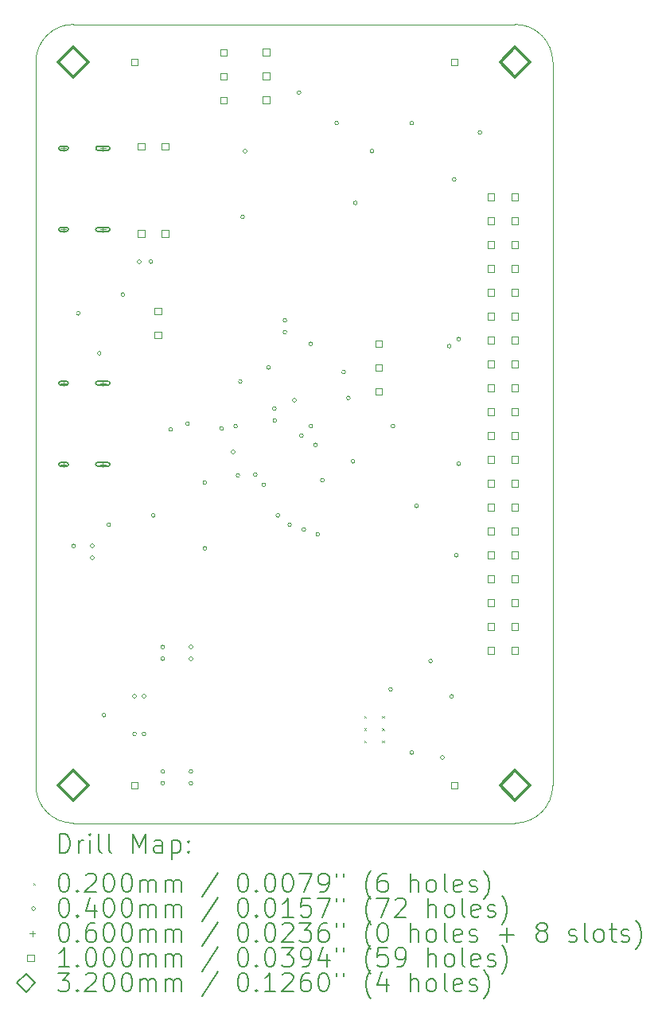
<source format=gbr>
%FSLAX45Y45*%
G04 Gerber Fmt 4.5, Leading zero omitted, Abs format (unit mm)*
G04 Created by KiCad (PCBNEW 6.0.2+dfsg-1) date 2025-09-20 14:23:53*
%MOMM*%
%LPD*%
G01*
G04 APERTURE LIST*
%TA.AperFunction,Profile*%
%ADD10C,0.100000*%
%TD*%
%ADD11C,0.200000*%
%ADD12C,0.020000*%
%ADD13C,0.040000*%
%ADD14C,0.060000*%
%ADD15C,0.100000*%
%ADD16C,0.320000*%
G04 APERTURE END LIST*
D10*
X17300000Y-14000000D02*
G75*
G03*
X17700000Y-13600000I0J400000D01*
G01*
X12200000Y-13600000D02*
G75*
G03*
X12600000Y-14000000I400000J0D01*
G01*
X12200000Y-13600000D02*
X12200000Y-5900000D01*
X17700000Y-5900000D02*
G75*
G03*
X17300000Y-5500000I-400000J0D01*
G01*
X12600000Y-5500000D02*
X17300000Y-5500000D01*
X12600000Y-5500000D02*
G75*
G03*
X12200000Y-5900000I0J-400000D01*
G01*
X17300000Y-14000000D02*
X12600000Y-14000000D01*
X17700000Y-5900000D02*
X17700000Y-13600000D01*
D11*
D12*
X15694500Y-12860000D02*
X15714500Y-12880000D01*
X15714500Y-12860000D02*
X15694500Y-12880000D01*
X15694500Y-12990000D02*
X15714500Y-13010000D01*
X15714500Y-12990000D02*
X15694500Y-13010000D01*
X15694500Y-13120000D02*
X15714500Y-13140000D01*
X15714500Y-13120000D02*
X15694500Y-13140000D01*
X15885500Y-12860000D02*
X15905500Y-12880000D01*
X15905500Y-12860000D02*
X15885500Y-12880000D01*
X15885500Y-12990000D02*
X15905500Y-13010000D01*
X15905500Y-12990000D02*
X15885500Y-13010000D01*
X15885500Y-13120000D02*
X15905500Y-13140000D01*
X15905500Y-13120000D02*
X15885500Y-13140000D01*
D13*
X12620000Y-11050000D02*
G75*
G03*
X12620000Y-11050000I-20000J0D01*
G01*
X12670000Y-8575000D02*
G75*
G03*
X12670000Y-8575000I-20000J0D01*
G01*
X12820000Y-11050000D02*
G75*
G03*
X12820000Y-11050000I-20000J0D01*
G01*
X12820000Y-11175000D02*
G75*
G03*
X12820000Y-11175000I-20000J0D01*
G01*
X12895000Y-9000000D02*
G75*
G03*
X12895000Y-9000000I-20000J0D01*
G01*
X12945000Y-12850000D02*
G75*
G03*
X12945000Y-12850000I-20000J0D01*
G01*
X12995000Y-10825000D02*
G75*
G03*
X12995000Y-10825000I-20000J0D01*
G01*
X13145000Y-8375000D02*
G75*
G03*
X13145000Y-8375000I-20000J0D01*
G01*
X13270000Y-12650000D02*
G75*
G03*
X13270000Y-12650000I-20000J0D01*
G01*
X13270000Y-13050000D02*
G75*
G03*
X13270000Y-13050000I-20000J0D01*
G01*
X13320000Y-8025000D02*
G75*
G03*
X13320000Y-8025000I-20000J0D01*
G01*
X13370000Y-12650000D02*
G75*
G03*
X13370000Y-12650000I-20000J0D01*
G01*
X13370000Y-13050000D02*
G75*
G03*
X13370000Y-13050000I-20000J0D01*
G01*
X13445000Y-8025000D02*
G75*
G03*
X13445000Y-8025000I-20000J0D01*
G01*
X13470000Y-10725000D02*
G75*
G03*
X13470000Y-10725000I-20000J0D01*
G01*
X13570000Y-12125000D02*
G75*
G03*
X13570000Y-12125000I-20000J0D01*
G01*
X13570000Y-12250000D02*
G75*
G03*
X13570000Y-12250000I-20000J0D01*
G01*
X13570000Y-13450000D02*
G75*
G03*
X13570000Y-13450000I-20000J0D01*
G01*
X13570000Y-13575000D02*
G75*
G03*
X13570000Y-13575000I-20000J0D01*
G01*
X13654467Y-9809467D02*
G75*
G03*
X13654467Y-9809467I-20000J0D01*
G01*
X13832500Y-9750000D02*
G75*
G03*
X13832500Y-9750000I-20000J0D01*
G01*
X13870000Y-12125000D02*
G75*
G03*
X13870000Y-12125000I-20000J0D01*
G01*
X13870000Y-12250000D02*
G75*
G03*
X13870000Y-12250000I-20000J0D01*
G01*
X13870000Y-13450000D02*
G75*
G03*
X13870000Y-13450000I-20000J0D01*
G01*
X13870000Y-13575000D02*
G75*
G03*
X13870000Y-13575000I-20000J0D01*
G01*
X14017630Y-10375000D02*
G75*
G03*
X14017630Y-10375000I-20000J0D01*
G01*
X14020000Y-11075000D02*
G75*
G03*
X14020000Y-11075000I-20000J0D01*
G01*
X14196230Y-9800000D02*
G75*
G03*
X14196230Y-9800000I-20000J0D01*
G01*
X14320000Y-10050000D02*
G75*
G03*
X14320000Y-10050000I-20000J0D01*
G01*
X14345000Y-9775000D02*
G75*
G03*
X14345000Y-9775000I-20000J0D01*
G01*
X14370000Y-10300000D02*
G75*
G03*
X14370000Y-10300000I-20000J0D01*
G01*
X14395000Y-9300000D02*
G75*
G03*
X14395000Y-9300000I-20000J0D01*
G01*
X14420000Y-7550000D02*
G75*
G03*
X14420000Y-7550000I-20000J0D01*
G01*
X14445000Y-6850000D02*
G75*
G03*
X14445000Y-6850000I-20000J0D01*
G01*
X14553750Y-10291250D02*
G75*
G03*
X14553750Y-10291250I-20000J0D01*
G01*
X14645000Y-10400000D02*
G75*
G03*
X14645000Y-10400000I-20000J0D01*
G01*
X14695000Y-9150000D02*
G75*
G03*
X14695000Y-9150000I-20000J0D01*
G01*
X14757500Y-9587500D02*
G75*
G03*
X14757500Y-9587500I-20000J0D01*
G01*
X14762009Y-9713987D02*
G75*
G03*
X14762009Y-9713987I-20000J0D01*
G01*
X14795000Y-10725000D02*
G75*
G03*
X14795000Y-10725000I-20000J0D01*
G01*
X14870000Y-8650000D02*
G75*
G03*
X14870000Y-8650000I-20000J0D01*
G01*
X14870000Y-8775000D02*
G75*
G03*
X14870000Y-8775000I-20000J0D01*
G01*
X14920000Y-10825000D02*
G75*
G03*
X14920000Y-10825000I-20000J0D01*
G01*
X14970000Y-9500000D02*
G75*
G03*
X14970000Y-9500000I-20000J0D01*
G01*
X15020000Y-6225000D02*
G75*
G03*
X15020000Y-6225000I-20000J0D01*
G01*
X15045000Y-9875000D02*
G75*
G03*
X15045000Y-9875000I-20000J0D01*
G01*
X15070000Y-10875000D02*
G75*
G03*
X15070000Y-10875000I-20000J0D01*
G01*
X15145000Y-8900000D02*
G75*
G03*
X15145000Y-8900000I-20000J0D01*
G01*
X15145000Y-9775000D02*
G75*
G03*
X15145000Y-9775000I-20000J0D01*
G01*
X15195000Y-9975000D02*
G75*
G03*
X15195000Y-9975000I-20000J0D01*
G01*
X15220000Y-10925000D02*
G75*
G03*
X15220000Y-10925000I-20000J0D01*
G01*
X15270000Y-10350000D02*
G75*
G03*
X15270000Y-10350000I-20000J0D01*
G01*
X15420000Y-6550000D02*
G75*
G03*
X15420000Y-6550000I-20000J0D01*
G01*
X15495000Y-9200000D02*
G75*
G03*
X15495000Y-9200000I-20000J0D01*
G01*
X15545000Y-9475000D02*
G75*
G03*
X15545000Y-9475000I-20000J0D01*
G01*
X15595000Y-10150000D02*
G75*
G03*
X15595000Y-10150000I-20000J0D01*
G01*
X15620000Y-7400000D02*
G75*
G03*
X15620000Y-7400000I-20000J0D01*
G01*
X15797500Y-6847500D02*
G75*
G03*
X15797500Y-6847500I-20000J0D01*
G01*
X15995000Y-12575000D02*
G75*
G03*
X15995000Y-12575000I-20000J0D01*
G01*
X16020000Y-9775000D02*
G75*
G03*
X16020000Y-9775000I-20000J0D01*
G01*
X16220000Y-6550000D02*
G75*
G03*
X16220000Y-6550000I-20000J0D01*
G01*
X16220000Y-13250000D02*
G75*
G03*
X16220000Y-13250000I-20000J0D01*
G01*
X16270000Y-10625000D02*
G75*
G03*
X16270000Y-10625000I-20000J0D01*
G01*
X16420000Y-12275000D02*
G75*
G03*
X16420000Y-12275000I-20000J0D01*
G01*
X16545000Y-13300000D02*
G75*
G03*
X16545000Y-13300000I-20000J0D01*
G01*
X16618770Y-8923770D02*
G75*
G03*
X16618770Y-8923770I-20000J0D01*
G01*
X16645000Y-12650000D02*
G75*
G03*
X16645000Y-12650000I-20000J0D01*
G01*
X16670000Y-7150000D02*
G75*
G03*
X16670000Y-7150000I-20000J0D01*
G01*
X16695000Y-11150000D02*
G75*
G03*
X16695000Y-11150000I-20000J0D01*
G01*
X16720000Y-8850000D02*
G75*
G03*
X16720000Y-8850000I-20000J0D01*
G01*
X16720000Y-10175000D02*
G75*
G03*
X16720000Y-10175000I-20000J0D01*
G01*
X16945000Y-6650000D02*
G75*
G03*
X16945000Y-6650000I-20000J0D01*
G01*
D14*
X12495000Y-6788000D02*
X12495000Y-6848000D01*
X12465000Y-6818000D02*
X12525000Y-6818000D01*
D11*
X12525000Y-6798000D02*
X12465000Y-6798000D01*
X12525000Y-6838000D02*
X12465000Y-6838000D01*
X12465000Y-6798000D02*
G75*
G03*
X12465000Y-6838000I0J-20000D01*
G01*
X12525000Y-6838000D02*
G75*
G03*
X12525000Y-6798000I0J20000D01*
G01*
D14*
X12495000Y-7652000D02*
X12495000Y-7712000D01*
X12465000Y-7682000D02*
X12525000Y-7682000D01*
D11*
X12525000Y-7662000D02*
X12465000Y-7662000D01*
X12525000Y-7702000D02*
X12465000Y-7702000D01*
X12465000Y-7662000D02*
G75*
G03*
X12465000Y-7702000I0J-20000D01*
G01*
X12525000Y-7702000D02*
G75*
G03*
X12525000Y-7662000I0J20000D01*
G01*
D14*
X12495000Y-9288000D02*
X12495000Y-9348000D01*
X12465000Y-9318000D02*
X12525000Y-9318000D01*
D11*
X12525000Y-9298000D02*
X12465000Y-9298000D01*
X12525000Y-9338000D02*
X12465000Y-9338000D01*
X12465000Y-9298000D02*
G75*
G03*
X12465000Y-9338000I0J-20000D01*
G01*
X12525000Y-9338000D02*
G75*
G03*
X12525000Y-9298000I0J20000D01*
G01*
D14*
X12495000Y-10152000D02*
X12495000Y-10212000D01*
X12465000Y-10182000D02*
X12525000Y-10182000D01*
D11*
X12525000Y-10162000D02*
X12465000Y-10162000D01*
X12525000Y-10202000D02*
X12465000Y-10202000D01*
X12465000Y-10162000D02*
G75*
G03*
X12465000Y-10202000I0J-20000D01*
G01*
X12525000Y-10202000D02*
G75*
G03*
X12525000Y-10162000I0J20000D01*
G01*
D14*
X12913000Y-6788000D02*
X12913000Y-6848000D01*
X12883000Y-6818000D02*
X12943000Y-6818000D01*
D11*
X12968000Y-6798000D02*
X12858000Y-6798000D01*
X12968000Y-6838000D02*
X12858000Y-6838000D01*
X12858000Y-6798000D02*
G75*
G03*
X12858000Y-6838000I0J-20000D01*
G01*
X12968000Y-6838000D02*
G75*
G03*
X12968000Y-6798000I0J20000D01*
G01*
D14*
X12913000Y-7652000D02*
X12913000Y-7712000D01*
X12883000Y-7682000D02*
X12943000Y-7682000D01*
D11*
X12968000Y-7662000D02*
X12858000Y-7662000D01*
X12968000Y-7702000D02*
X12858000Y-7702000D01*
X12858000Y-7662000D02*
G75*
G03*
X12858000Y-7702000I0J-20000D01*
G01*
X12968000Y-7702000D02*
G75*
G03*
X12968000Y-7662000I0J20000D01*
G01*
D14*
X12913000Y-9288000D02*
X12913000Y-9348000D01*
X12883000Y-9318000D02*
X12943000Y-9318000D01*
D11*
X12968000Y-9298000D02*
X12858000Y-9298000D01*
X12968000Y-9338000D02*
X12858000Y-9338000D01*
X12858000Y-9298000D02*
G75*
G03*
X12858000Y-9338000I0J-20000D01*
G01*
X12968000Y-9338000D02*
G75*
G03*
X12968000Y-9298000I0J20000D01*
G01*
D14*
X12913000Y-10152000D02*
X12913000Y-10212000D01*
X12883000Y-10182000D02*
X12943000Y-10182000D01*
D11*
X12968000Y-10162000D02*
X12858000Y-10162000D01*
X12968000Y-10202000D02*
X12858000Y-10202000D01*
X12858000Y-10162000D02*
G75*
G03*
X12858000Y-10202000I0J-20000D01*
G01*
X12968000Y-10202000D02*
G75*
G03*
X12968000Y-10162000I0J20000D01*
G01*
D15*
X13285356Y-5935356D02*
X13285356Y-5864644D01*
X13214644Y-5864644D01*
X13214644Y-5935356D01*
X13285356Y-5935356D01*
X13285356Y-13635356D02*
X13285356Y-13564644D01*
X13214644Y-13564644D01*
X13214644Y-13635356D01*
X13285356Y-13635356D01*
X13356356Y-6835356D02*
X13356356Y-6764644D01*
X13285644Y-6764644D01*
X13285644Y-6835356D01*
X13356356Y-6835356D01*
X13357856Y-7760356D02*
X13357856Y-7689644D01*
X13287144Y-7689644D01*
X13287144Y-7760356D01*
X13357856Y-7760356D01*
X13535356Y-8583856D02*
X13535356Y-8513144D01*
X13464644Y-8513144D01*
X13464644Y-8583856D01*
X13535356Y-8583856D01*
X13535356Y-8837856D02*
X13535356Y-8767144D01*
X13464644Y-8767144D01*
X13464644Y-8837856D01*
X13535356Y-8837856D01*
X13610356Y-6835356D02*
X13610356Y-6764644D01*
X13539644Y-6764644D01*
X13539644Y-6835356D01*
X13610356Y-6835356D01*
X13611856Y-7760356D02*
X13611856Y-7689644D01*
X13541144Y-7689644D01*
X13541144Y-7760356D01*
X13611856Y-7760356D01*
X14235356Y-5832856D02*
X14235356Y-5762144D01*
X14164644Y-5762144D01*
X14164644Y-5832856D01*
X14235356Y-5832856D01*
X14235356Y-6086856D02*
X14235356Y-6016144D01*
X14164644Y-6016144D01*
X14164644Y-6086856D01*
X14235356Y-6086856D01*
X14235356Y-6340856D02*
X14235356Y-6270144D01*
X14164644Y-6270144D01*
X14164644Y-6340856D01*
X14235356Y-6340856D01*
X14685356Y-5831356D02*
X14685356Y-5760644D01*
X14614644Y-5760644D01*
X14614644Y-5831356D01*
X14685356Y-5831356D01*
X14685356Y-6085356D02*
X14685356Y-6014644D01*
X14614644Y-6014644D01*
X14614644Y-6085356D01*
X14685356Y-6085356D01*
X14685356Y-6339356D02*
X14685356Y-6268644D01*
X14614644Y-6268644D01*
X14614644Y-6339356D01*
X14685356Y-6339356D01*
X15885356Y-8931356D02*
X15885356Y-8860644D01*
X15814644Y-8860644D01*
X15814644Y-8931356D01*
X15885356Y-8931356D01*
X15885356Y-9185356D02*
X15885356Y-9114644D01*
X15814644Y-9114644D01*
X15814644Y-9185356D01*
X15885356Y-9185356D01*
X15885356Y-9439356D02*
X15885356Y-9368644D01*
X15814644Y-9368644D01*
X15814644Y-9439356D01*
X15885356Y-9439356D01*
X16685356Y-5935356D02*
X16685356Y-5864644D01*
X16614644Y-5864644D01*
X16614644Y-5935356D01*
X16685356Y-5935356D01*
X16685356Y-13635356D02*
X16685356Y-13564644D01*
X16614644Y-13564644D01*
X16614644Y-13635356D01*
X16685356Y-13635356D01*
X17077356Y-7372356D02*
X17077356Y-7301644D01*
X17006644Y-7301644D01*
X17006644Y-7372356D01*
X17077356Y-7372356D01*
X17077356Y-7626356D02*
X17077356Y-7555644D01*
X17006644Y-7555644D01*
X17006644Y-7626356D01*
X17077356Y-7626356D01*
X17077356Y-7880356D02*
X17077356Y-7809644D01*
X17006644Y-7809644D01*
X17006644Y-7880356D01*
X17077356Y-7880356D01*
X17077356Y-8134356D02*
X17077356Y-8063644D01*
X17006644Y-8063644D01*
X17006644Y-8134356D01*
X17077356Y-8134356D01*
X17077356Y-8388356D02*
X17077356Y-8317644D01*
X17006644Y-8317644D01*
X17006644Y-8388356D01*
X17077356Y-8388356D01*
X17077356Y-8642356D02*
X17077356Y-8571644D01*
X17006644Y-8571644D01*
X17006644Y-8642356D01*
X17077356Y-8642356D01*
X17077356Y-8896356D02*
X17077356Y-8825644D01*
X17006644Y-8825644D01*
X17006644Y-8896356D01*
X17077356Y-8896356D01*
X17077356Y-9150356D02*
X17077356Y-9079644D01*
X17006644Y-9079644D01*
X17006644Y-9150356D01*
X17077356Y-9150356D01*
X17077356Y-9404356D02*
X17077356Y-9333644D01*
X17006644Y-9333644D01*
X17006644Y-9404356D01*
X17077356Y-9404356D01*
X17077356Y-9658356D02*
X17077356Y-9587644D01*
X17006644Y-9587644D01*
X17006644Y-9658356D01*
X17077356Y-9658356D01*
X17077356Y-9912356D02*
X17077356Y-9841644D01*
X17006644Y-9841644D01*
X17006644Y-9912356D01*
X17077356Y-9912356D01*
X17077356Y-10166356D02*
X17077356Y-10095644D01*
X17006644Y-10095644D01*
X17006644Y-10166356D01*
X17077356Y-10166356D01*
X17077356Y-10420356D02*
X17077356Y-10349644D01*
X17006644Y-10349644D01*
X17006644Y-10420356D01*
X17077356Y-10420356D01*
X17077356Y-10674356D02*
X17077356Y-10603644D01*
X17006644Y-10603644D01*
X17006644Y-10674356D01*
X17077356Y-10674356D01*
X17077356Y-10928356D02*
X17077356Y-10857644D01*
X17006644Y-10857644D01*
X17006644Y-10928356D01*
X17077356Y-10928356D01*
X17077356Y-11182356D02*
X17077356Y-11111644D01*
X17006644Y-11111644D01*
X17006644Y-11182356D01*
X17077356Y-11182356D01*
X17077356Y-11436356D02*
X17077356Y-11365644D01*
X17006644Y-11365644D01*
X17006644Y-11436356D01*
X17077356Y-11436356D01*
X17077356Y-11690356D02*
X17077356Y-11619644D01*
X17006644Y-11619644D01*
X17006644Y-11690356D01*
X17077356Y-11690356D01*
X17077356Y-11944356D02*
X17077356Y-11873644D01*
X17006644Y-11873644D01*
X17006644Y-11944356D01*
X17077356Y-11944356D01*
X17077356Y-12198356D02*
X17077356Y-12127644D01*
X17006644Y-12127644D01*
X17006644Y-12198356D01*
X17077356Y-12198356D01*
X17331356Y-7372356D02*
X17331356Y-7301644D01*
X17260644Y-7301644D01*
X17260644Y-7372356D01*
X17331356Y-7372356D01*
X17331356Y-7626356D02*
X17331356Y-7555644D01*
X17260644Y-7555644D01*
X17260644Y-7626356D01*
X17331356Y-7626356D01*
X17331356Y-7880356D02*
X17331356Y-7809644D01*
X17260644Y-7809644D01*
X17260644Y-7880356D01*
X17331356Y-7880356D01*
X17331356Y-8134356D02*
X17331356Y-8063644D01*
X17260644Y-8063644D01*
X17260644Y-8134356D01*
X17331356Y-8134356D01*
X17331356Y-8388356D02*
X17331356Y-8317644D01*
X17260644Y-8317644D01*
X17260644Y-8388356D01*
X17331356Y-8388356D01*
X17331356Y-8642356D02*
X17331356Y-8571644D01*
X17260644Y-8571644D01*
X17260644Y-8642356D01*
X17331356Y-8642356D01*
X17331356Y-8896356D02*
X17331356Y-8825644D01*
X17260644Y-8825644D01*
X17260644Y-8896356D01*
X17331356Y-8896356D01*
X17331356Y-9150356D02*
X17331356Y-9079644D01*
X17260644Y-9079644D01*
X17260644Y-9150356D01*
X17331356Y-9150356D01*
X17331356Y-9404356D02*
X17331356Y-9333644D01*
X17260644Y-9333644D01*
X17260644Y-9404356D01*
X17331356Y-9404356D01*
X17331356Y-9658356D02*
X17331356Y-9587644D01*
X17260644Y-9587644D01*
X17260644Y-9658356D01*
X17331356Y-9658356D01*
X17331356Y-9912356D02*
X17331356Y-9841644D01*
X17260644Y-9841644D01*
X17260644Y-9912356D01*
X17331356Y-9912356D01*
X17331356Y-10166356D02*
X17331356Y-10095644D01*
X17260644Y-10095644D01*
X17260644Y-10166356D01*
X17331356Y-10166356D01*
X17331356Y-10420356D02*
X17331356Y-10349644D01*
X17260644Y-10349644D01*
X17260644Y-10420356D01*
X17331356Y-10420356D01*
X17331356Y-10674356D02*
X17331356Y-10603644D01*
X17260644Y-10603644D01*
X17260644Y-10674356D01*
X17331356Y-10674356D01*
X17331356Y-10928356D02*
X17331356Y-10857644D01*
X17260644Y-10857644D01*
X17260644Y-10928356D01*
X17331356Y-10928356D01*
X17331356Y-11182356D02*
X17331356Y-11111644D01*
X17260644Y-11111644D01*
X17260644Y-11182356D01*
X17331356Y-11182356D01*
X17331356Y-11436356D02*
X17331356Y-11365644D01*
X17260644Y-11365644D01*
X17260644Y-11436356D01*
X17331356Y-11436356D01*
X17331356Y-11690356D02*
X17331356Y-11619644D01*
X17260644Y-11619644D01*
X17260644Y-11690356D01*
X17331356Y-11690356D01*
X17331356Y-11944356D02*
X17331356Y-11873644D01*
X17260644Y-11873644D01*
X17260644Y-11944356D01*
X17331356Y-11944356D01*
X17331356Y-12198356D02*
X17331356Y-12127644D01*
X17260644Y-12127644D01*
X17260644Y-12198356D01*
X17331356Y-12198356D01*
D16*
X12600000Y-6060000D02*
X12760000Y-5900000D01*
X12600000Y-5740000D01*
X12440000Y-5900000D01*
X12600000Y-6060000D01*
X12600000Y-13760000D02*
X12760000Y-13600000D01*
X12600000Y-13440000D01*
X12440000Y-13600000D01*
X12600000Y-13760000D01*
X17300000Y-6060000D02*
X17460000Y-5900000D01*
X17300000Y-5740000D01*
X17140000Y-5900000D01*
X17300000Y-6060000D01*
X17300000Y-13760000D02*
X17460000Y-13600000D01*
X17300000Y-13440000D01*
X17140000Y-13600000D01*
X17300000Y-13760000D01*
D11*
X12452619Y-14315476D02*
X12452619Y-14115476D01*
X12500238Y-14115476D01*
X12528809Y-14125000D01*
X12547857Y-14144048D01*
X12557381Y-14163095D01*
X12566905Y-14201190D01*
X12566905Y-14229762D01*
X12557381Y-14267857D01*
X12547857Y-14286905D01*
X12528809Y-14305952D01*
X12500238Y-14315476D01*
X12452619Y-14315476D01*
X12652619Y-14315476D02*
X12652619Y-14182143D01*
X12652619Y-14220238D02*
X12662143Y-14201190D01*
X12671667Y-14191667D01*
X12690714Y-14182143D01*
X12709762Y-14182143D01*
X12776428Y-14315476D02*
X12776428Y-14182143D01*
X12776428Y-14115476D02*
X12766905Y-14125000D01*
X12776428Y-14134524D01*
X12785952Y-14125000D01*
X12776428Y-14115476D01*
X12776428Y-14134524D01*
X12900238Y-14315476D02*
X12881190Y-14305952D01*
X12871667Y-14286905D01*
X12871667Y-14115476D01*
X13005000Y-14315476D02*
X12985952Y-14305952D01*
X12976428Y-14286905D01*
X12976428Y-14115476D01*
X13233571Y-14315476D02*
X13233571Y-14115476D01*
X13300238Y-14258333D01*
X13366905Y-14115476D01*
X13366905Y-14315476D01*
X13547857Y-14315476D02*
X13547857Y-14210714D01*
X13538333Y-14191667D01*
X13519286Y-14182143D01*
X13481190Y-14182143D01*
X13462143Y-14191667D01*
X13547857Y-14305952D02*
X13528809Y-14315476D01*
X13481190Y-14315476D01*
X13462143Y-14305952D01*
X13452619Y-14286905D01*
X13452619Y-14267857D01*
X13462143Y-14248809D01*
X13481190Y-14239286D01*
X13528809Y-14239286D01*
X13547857Y-14229762D01*
X13643095Y-14182143D02*
X13643095Y-14382143D01*
X13643095Y-14191667D02*
X13662143Y-14182143D01*
X13700238Y-14182143D01*
X13719286Y-14191667D01*
X13728809Y-14201190D01*
X13738333Y-14220238D01*
X13738333Y-14277381D01*
X13728809Y-14296428D01*
X13719286Y-14305952D01*
X13700238Y-14315476D01*
X13662143Y-14315476D01*
X13643095Y-14305952D01*
X13824048Y-14296428D02*
X13833571Y-14305952D01*
X13824048Y-14315476D01*
X13814524Y-14305952D01*
X13824048Y-14296428D01*
X13824048Y-14315476D01*
X13824048Y-14191667D02*
X13833571Y-14201190D01*
X13824048Y-14210714D01*
X13814524Y-14201190D01*
X13824048Y-14191667D01*
X13824048Y-14210714D01*
D12*
X12175000Y-14635000D02*
X12195000Y-14655000D01*
X12195000Y-14635000D02*
X12175000Y-14655000D01*
D11*
X12490714Y-14535476D02*
X12509762Y-14535476D01*
X12528809Y-14545000D01*
X12538333Y-14554524D01*
X12547857Y-14573571D01*
X12557381Y-14611667D01*
X12557381Y-14659286D01*
X12547857Y-14697381D01*
X12538333Y-14716428D01*
X12528809Y-14725952D01*
X12509762Y-14735476D01*
X12490714Y-14735476D01*
X12471667Y-14725952D01*
X12462143Y-14716428D01*
X12452619Y-14697381D01*
X12443095Y-14659286D01*
X12443095Y-14611667D01*
X12452619Y-14573571D01*
X12462143Y-14554524D01*
X12471667Y-14545000D01*
X12490714Y-14535476D01*
X12643095Y-14716428D02*
X12652619Y-14725952D01*
X12643095Y-14735476D01*
X12633571Y-14725952D01*
X12643095Y-14716428D01*
X12643095Y-14735476D01*
X12728809Y-14554524D02*
X12738333Y-14545000D01*
X12757381Y-14535476D01*
X12805000Y-14535476D01*
X12824048Y-14545000D01*
X12833571Y-14554524D01*
X12843095Y-14573571D01*
X12843095Y-14592619D01*
X12833571Y-14621190D01*
X12719286Y-14735476D01*
X12843095Y-14735476D01*
X12966905Y-14535476D02*
X12985952Y-14535476D01*
X13005000Y-14545000D01*
X13014524Y-14554524D01*
X13024048Y-14573571D01*
X13033571Y-14611667D01*
X13033571Y-14659286D01*
X13024048Y-14697381D01*
X13014524Y-14716428D01*
X13005000Y-14725952D01*
X12985952Y-14735476D01*
X12966905Y-14735476D01*
X12947857Y-14725952D01*
X12938333Y-14716428D01*
X12928809Y-14697381D01*
X12919286Y-14659286D01*
X12919286Y-14611667D01*
X12928809Y-14573571D01*
X12938333Y-14554524D01*
X12947857Y-14545000D01*
X12966905Y-14535476D01*
X13157381Y-14535476D02*
X13176428Y-14535476D01*
X13195476Y-14545000D01*
X13205000Y-14554524D01*
X13214524Y-14573571D01*
X13224048Y-14611667D01*
X13224048Y-14659286D01*
X13214524Y-14697381D01*
X13205000Y-14716428D01*
X13195476Y-14725952D01*
X13176428Y-14735476D01*
X13157381Y-14735476D01*
X13138333Y-14725952D01*
X13128809Y-14716428D01*
X13119286Y-14697381D01*
X13109762Y-14659286D01*
X13109762Y-14611667D01*
X13119286Y-14573571D01*
X13128809Y-14554524D01*
X13138333Y-14545000D01*
X13157381Y-14535476D01*
X13309762Y-14735476D02*
X13309762Y-14602143D01*
X13309762Y-14621190D02*
X13319286Y-14611667D01*
X13338333Y-14602143D01*
X13366905Y-14602143D01*
X13385952Y-14611667D01*
X13395476Y-14630714D01*
X13395476Y-14735476D01*
X13395476Y-14630714D02*
X13405000Y-14611667D01*
X13424048Y-14602143D01*
X13452619Y-14602143D01*
X13471667Y-14611667D01*
X13481190Y-14630714D01*
X13481190Y-14735476D01*
X13576428Y-14735476D02*
X13576428Y-14602143D01*
X13576428Y-14621190D02*
X13585952Y-14611667D01*
X13605000Y-14602143D01*
X13633571Y-14602143D01*
X13652619Y-14611667D01*
X13662143Y-14630714D01*
X13662143Y-14735476D01*
X13662143Y-14630714D02*
X13671667Y-14611667D01*
X13690714Y-14602143D01*
X13719286Y-14602143D01*
X13738333Y-14611667D01*
X13747857Y-14630714D01*
X13747857Y-14735476D01*
X14138333Y-14525952D02*
X13966905Y-14783095D01*
X14395476Y-14535476D02*
X14414524Y-14535476D01*
X14433571Y-14545000D01*
X14443095Y-14554524D01*
X14452619Y-14573571D01*
X14462143Y-14611667D01*
X14462143Y-14659286D01*
X14452619Y-14697381D01*
X14443095Y-14716428D01*
X14433571Y-14725952D01*
X14414524Y-14735476D01*
X14395476Y-14735476D01*
X14376428Y-14725952D01*
X14366905Y-14716428D01*
X14357381Y-14697381D01*
X14347857Y-14659286D01*
X14347857Y-14611667D01*
X14357381Y-14573571D01*
X14366905Y-14554524D01*
X14376428Y-14545000D01*
X14395476Y-14535476D01*
X14547857Y-14716428D02*
X14557381Y-14725952D01*
X14547857Y-14735476D01*
X14538333Y-14725952D01*
X14547857Y-14716428D01*
X14547857Y-14735476D01*
X14681190Y-14535476D02*
X14700238Y-14535476D01*
X14719286Y-14545000D01*
X14728809Y-14554524D01*
X14738333Y-14573571D01*
X14747857Y-14611667D01*
X14747857Y-14659286D01*
X14738333Y-14697381D01*
X14728809Y-14716428D01*
X14719286Y-14725952D01*
X14700238Y-14735476D01*
X14681190Y-14735476D01*
X14662143Y-14725952D01*
X14652619Y-14716428D01*
X14643095Y-14697381D01*
X14633571Y-14659286D01*
X14633571Y-14611667D01*
X14643095Y-14573571D01*
X14652619Y-14554524D01*
X14662143Y-14545000D01*
X14681190Y-14535476D01*
X14871667Y-14535476D02*
X14890714Y-14535476D01*
X14909762Y-14545000D01*
X14919286Y-14554524D01*
X14928809Y-14573571D01*
X14938333Y-14611667D01*
X14938333Y-14659286D01*
X14928809Y-14697381D01*
X14919286Y-14716428D01*
X14909762Y-14725952D01*
X14890714Y-14735476D01*
X14871667Y-14735476D01*
X14852619Y-14725952D01*
X14843095Y-14716428D01*
X14833571Y-14697381D01*
X14824048Y-14659286D01*
X14824048Y-14611667D01*
X14833571Y-14573571D01*
X14843095Y-14554524D01*
X14852619Y-14545000D01*
X14871667Y-14535476D01*
X15005000Y-14535476D02*
X15138333Y-14535476D01*
X15052619Y-14735476D01*
X15224048Y-14735476D02*
X15262143Y-14735476D01*
X15281190Y-14725952D01*
X15290714Y-14716428D01*
X15309762Y-14687857D01*
X15319286Y-14649762D01*
X15319286Y-14573571D01*
X15309762Y-14554524D01*
X15300238Y-14545000D01*
X15281190Y-14535476D01*
X15243095Y-14535476D01*
X15224048Y-14545000D01*
X15214524Y-14554524D01*
X15205000Y-14573571D01*
X15205000Y-14621190D01*
X15214524Y-14640238D01*
X15224048Y-14649762D01*
X15243095Y-14659286D01*
X15281190Y-14659286D01*
X15300238Y-14649762D01*
X15309762Y-14640238D01*
X15319286Y-14621190D01*
X15395476Y-14535476D02*
X15395476Y-14573571D01*
X15471667Y-14535476D02*
X15471667Y-14573571D01*
X15766905Y-14811667D02*
X15757381Y-14802143D01*
X15738333Y-14773571D01*
X15728809Y-14754524D01*
X15719286Y-14725952D01*
X15709762Y-14678333D01*
X15709762Y-14640238D01*
X15719286Y-14592619D01*
X15728809Y-14564048D01*
X15738333Y-14545000D01*
X15757381Y-14516428D01*
X15766905Y-14506905D01*
X15928809Y-14535476D02*
X15890714Y-14535476D01*
X15871667Y-14545000D01*
X15862143Y-14554524D01*
X15843095Y-14583095D01*
X15833571Y-14621190D01*
X15833571Y-14697381D01*
X15843095Y-14716428D01*
X15852619Y-14725952D01*
X15871667Y-14735476D01*
X15909762Y-14735476D01*
X15928809Y-14725952D01*
X15938333Y-14716428D01*
X15947857Y-14697381D01*
X15947857Y-14649762D01*
X15938333Y-14630714D01*
X15928809Y-14621190D01*
X15909762Y-14611667D01*
X15871667Y-14611667D01*
X15852619Y-14621190D01*
X15843095Y-14630714D01*
X15833571Y-14649762D01*
X16185952Y-14735476D02*
X16185952Y-14535476D01*
X16271667Y-14735476D02*
X16271667Y-14630714D01*
X16262143Y-14611667D01*
X16243095Y-14602143D01*
X16214524Y-14602143D01*
X16195476Y-14611667D01*
X16185952Y-14621190D01*
X16395476Y-14735476D02*
X16376428Y-14725952D01*
X16366905Y-14716428D01*
X16357381Y-14697381D01*
X16357381Y-14640238D01*
X16366905Y-14621190D01*
X16376428Y-14611667D01*
X16395476Y-14602143D01*
X16424048Y-14602143D01*
X16443095Y-14611667D01*
X16452619Y-14621190D01*
X16462143Y-14640238D01*
X16462143Y-14697381D01*
X16452619Y-14716428D01*
X16443095Y-14725952D01*
X16424048Y-14735476D01*
X16395476Y-14735476D01*
X16576428Y-14735476D02*
X16557381Y-14725952D01*
X16547857Y-14706905D01*
X16547857Y-14535476D01*
X16728809Y-14725952D02*
X16709762Y-14735476D01*
X16671667Y-14735476D01*
X16652619Y-14725952D01*
X16643095Y-14706905D01*
X16643095Y-14630714D01*
X16652619Y-14611667D01*
X16671667Y-14602143D01*
X16709762Y-14602143D01*
X16728809Y-14611667D01*
X16738333Y-14630714D01*
X16738333Y-14649762D01*
X16643095Y-14668809D01*
X16814524Y-14725952D02*
X16833571Y-14735476D01*
X16871667Y-14735476D01*
X16890714Y-14725952D01*
X16900238Y-14706905D01*
X16900238Y-14697381D01*
X16890714Y-14678333D01*
X16871667Y-14668809D01*
X16843095Y-14668809D01*
X16824048Y-14659286D01*
X16814524Y-14640238D01*
X16814524Y-14630714D01*
X16824048Y-14611667D01*
X16843095Y-14602143D01*
X16871667Y-14602143D01*
X16890714Y-14611667D01*
X16966905Y-14811667D02*
X16976429Y-14802143D01*
X16995476Y-14773571D01*
X17005000Y-14754524D01*
X17014524Y-14725952D01*
X17024048Y-14678333D01*
X17024048Y-14640238D01*
X17014524Y-14592619D01*
X17005000Y-14564048D01*
X16995476Y-14545000D01*
X16976429Y-14516428D01*
X16966905Y-14506905D01*
D13*
X12195000Y-14909000D02*
G75*
G03*
X12195000Y-14909000I-20000J0D01*
G01*
D11*
X12490714Y-14799476D02*
X12509762Y-14799476D01*
X12528809Y-14809000D01*
X12538333Y-14818524D01*
X12547857Y-14837571D01*
X12557381Y-14875667D01*
X12557381Y-14923286D01*
X12547857Y-14961381D01*
X12538333Y-14980428D01*
X12528809Y-14989952D01*
X12509762Y-14999476D01*
X12490714Y-14999476D01*
X12471667Y-14989952D01*
X12462143Y-14980428D01*
X12452619Y-14961381D01*
X12443095Y-14923286D01*
X12443095Y-14875667D01*
X12452619Y-14837571D01*
X12462143Y-14818524D01*
X12471667Y-14809000D01*
X12490714Y-14799476D01*
X12643095Y-14980428D02*
X12652619Y-14989952D01*
X12643095Y-14999476D01*
X12633571Y-14989952D01*
X12643095Y-14980428D01*
X12643095Y-14999476D01*
X12824048Y-14866143D02*
X12824048Y-14999476D01*
X12776428Y-14789952D02*
X12728809Y-14932809D01*
X12852619Y-14932809D01*
X12966905Y-14799476D02*
X12985952Y-14799476D01*
X13005000Y-14809000D01*
X13014524Y-14818524D01*
X13024048Y-14837571D01*
X13033571Y-14875667D01*
X13033571Y-14923286D01*
X13024048Y-14961381D01*
X13014524Y-14980428D01*
X13005000Y-14989952D01*
X12985952Y-14999476D01*
X12966905Y-14999476D01*
X12947857Y-14989952D01*
X12938333Y-14980428D01*
X12928809Y-14961381D01*
X12919286Y-14923286D01*
X12919286Y-14875667D01*
X12928809Y-14837571D01*
X12938333Y-14818524D01*
X12947857Y-14809000D01*
X12966905Y-14799476D01*
X13157381Y-14799476D02*
X13176428Y-14799476D01*
X13195476Y-14809000D01*
X13205000Y-14818524D01*
X13214524Y-14837571D01*
X13224048Y-14875667D01*
X13224048Y-14923286D01*
X13214524Y-14961381D01*
X13205000Y-14980428D01*
X13195476Y-14989952D01*
X13176428Y-14999476D01*
X13157381Y-14999476D01*
X13138333Y-14989952D01*
X13128809Y-14980428D01*
X13119286Y-14961381D01*
X13109762Y-14923286D01*
X13109762Y-14875667D01*
X13119286Y-14837571D01*
X13128809Y-14818524D01*
X13138333Y-14809000D01*
X13157381Y-14799476D01*
X13309762Y-14999476D02*
X13309762Y-14866143D01*
X13309762Y-14885190D02*
X13319286Y-14875667D01*
X13338333Y-14866143D01*
X13366905Y-14866143D01*
X13385952Y-14875667D01*
X13395476Y-14894714D01*
X13395476Y-14999476D01*
X13395476Y-14894714D02*
X13405000Y-14875667D01*
X13424048Y-14866143D01*
X13452619Y-14866143D01*
X13471667Y-14875667D01*
X13481190Y-14894714D01*
X13481190Y-14999476D01*
X13576428Y-14999476D02*
X13576428Y-14866143D01*
X13576428Y-14885190D02*
X13585952Y-14875667D01*
X13605000Y-14866143D01*
X13633571Y-14866143D01*
X13652619Y-14875667D01*
X13662143Y-14894714D01*
X13662143Y-14999476D01*
X13662143Y-14894714D02*
X13671667Y-14875667D01*
X13690714Y-14866143D01*
X13719286Y-14866143D01*
X13738333Y-14875667D01*
X13747857Y-14894714D01*
X13747857Y-14999476D01*
X14138333Y-14789952D02*
X13966905Y-15047095D01*
X14395476Y-14799476D02*
X14414524Y-14799476D01*
X14433571Y-14809000D01*
X14443095Y-14818524D01*
X14452619Y-14837571D01*
X14462143Y-14875667D01*
X14462143Y-14923286D01*
X14452619Y-14961381D01*
X14443095Y-14980428D01*
X14433571Y-14989952D01*
X14414524Y-14999476D01*
X14395476Y-14999476D01*
X14376428Y-14989952D01*
X14366905Y-14980428D01*
X14357381Y-14961381D01*
X14347857Y-14923286D01*
X14347857Y-14875667D01*
X14357381Y-14837571D01*
X14366905Y-14818524D01*
X14376428Y-14809000D01*
X14395476Y-14799476D01*
X14547857Y-14980428D02*
X14557381Y-14989952D01*
X14547857Y-14999476D01*
X14538333Y-14989952D01*
X14547857Y-14980428D01*
X14547857Y-14999476D01*
X14681190Y-14799476D02*
X14700238Y-14799476D01*
X14719286Y-14809000D01*
X14728809Y-14818524D01*
X14738333Y-14837571D01*
X14747857Y-14875667D01*
X14747857Y-14923286D01*
X14738333Y-14961381D01*
X14728809Y-14980428D01*
X14719286Y-14989952D01*
X14700238Y-14999476D01*
X14681190Y-14999476D01*
X14662143Y-14989952D01*
X14652619Y-14980428D01*
X14643095Y-14961381D01*
X14633571Y-14923286D01*
X14633571Y-14875667D01*
X14643095Y-14837571D01*
X14652619Y-14818524D01*
X14662143Y-14809000D01*
X14681190Y-14799476D01*
X14938333Y-14999476D02*
X14824048Y-14999476D01*
X14881190Y-14999476D02*
X14881190Y-14799476D01*
X14862143Y-14828048D01*
X14843095Y-14847095D01*
X14824048Y-14856619D01*
X15119286Y-14799476D02*
X15024048Y-14799476D01*
X15014524Y-14894714D01*
X15024048Y-14885190D01*
X15043095Y-14875667D01*
X15090714Y-14875667D01*
X15109762Y-14885190D01*
X15119286Y-14894714D01*
X15128809Y-14913762D01*
X15128809Y-14961381D01*
X15119286Y-14980428D01*
X15109762Y-14989952D01*
X15090714Y-14999476D01*
X15043095Y-14999476D01*
X15024048Y-14989952D01*
X15014524Y-14980428D01*
X15195476Y-14799476D02*
X15328809Y-14799476D01*
X15243095Y-14999476D01*
X15395476Y-14799476D02*
X15395476Y-14837571D01*
X15471667Y-14799476D02*
X15471667Y-14837571D01*
X15766905Y-15075667D02*
X15757381Y-15066143D01*
X15738333Y-15037571D01*
X15728809Y-15018524D01*
X15719286Y-14989952D01*
X15709762Y-14942333D01*
X15709762Y-14904238D01*
X15719286Y-14856619D01*
X15728809Y-14828048D01*
X15738333Y-14809000D01*
X15757381Y-14780428D01*
X15766905Y-14770905D01*
X15824048Y-14799476D02*
X15957381Y-14799476D01*
X15871667Y-14999476D01*
X16024048Y-14818524D02*
X16033571Y-14809000D01*
X16052619Y-14799476D01*
X16100238Y-14799476D01*
X16119286Y-14809000D01*
X16128809Y-14818524D01*
X16138333Y-14837571D01*
X16138333Y-14856619D01*
X16128809Y-14885190D01*
X16014524Y-14999476D01*
X16138333Y-14999476D01*
X16376428Y-14999476D02*
X16376428Y-14799476D01*
X16462143Y-14999476D02*
X16462143Y-14894714D01*
X16452619Y-14875667D01*
X16433571Y-14866143D01*
X16405000Y-14866143D01*
X16385952Y-14875667D01*
X16376428Y-14885190D01*
X16585952Y-14999476D02*
X16566905Y-14989952D01*
X16557381Y-14980428D01*
X16547857Y-14961381D01*
X16547857Y-14904238D01*
X16557381Y-14885190D01*
X16566905Y-14875667D01*
X16585952Y-14866143D01*
X16614524Y-14866143D01*
X16633571Y-14875667D01*
X16643095Y-14885190D01*
X16652619Y-14904238D01*
X16652619Y-14961381D01*
X16643095Y-14980428D01*
X16633571Y-14989952D01*
X16614524Y-14999476D01*
X16585952Y-14999476D01*
X16766905Y-14999476D02*
X16747857Y-14989952D01*
X16738333Y-14970905D01*
X16738333Y-14799476D01*
X16919286Y-14989952D02*
X16900238Y-14999476D01*
X16862143Y-14999476D01*
X16843095Y-14989952D01*
X16833571Y-14970905D01*
X16833571Y-14894714D01*
X16843095Y-14875667D01*
X16862143Y-14866143D01*
X16900238Y-14866143D01*
X16919286Y-14875667D01*
X16928810Y-14894714D01*
X16928810Y-14913762D01*
X16833571Y-14932809D01*
X17005000Y-14989952D02*
X17024048Y-14999476D01*
X17062143Y-14999476D01*
X17081190Y-14989952D01*
X17090714Y-14970905D01*
X17090714Y-14961381D01*
X17081190Y-14942333D01*
X17062143Y-14932809D01*
X17033571Y-14932809D01*
X17014524Y-14923286D01*
X17005000Y-14904238D01*
X17005000Y-14894714D01*
X17014524Y-14875667D01*
X17033571Y-14866143D01*
X17062143Y-14866143D01*
X17081190Y-14875667D01*
X17157381Y-15075667D02*
X17166905Y-15066143D01*
X17185952Y-15037571D01*
X17195476Y-15018524D01*
X17205000Y-14989952D01*
X17214524Y-14942333D01*
X17214524Y-14904238D01*
X17205000Y-14856619D01*
X17195476Y-14828048D01*
X17185952Y-14809000D01*
X17166905Y-14780428D01*
X17157381Y-14770905D01*
D14*
X12165000Y-15143000D02*
X12165000Y-15203000D01*
X12135000Y-15173000D02*
X12195000Y-15173000D01*
D11*
X12490714Y-15063476D02*
X12509762Y-15063476D01*
X12528809Y-15073000D01*
X12538333Y-15082524D01*
X12547857Y-15101571D01*
X12557381Y-15139667D01*
X12557381Y-15187286D01*
X12547857Y-15225381D01*
X12538333Y-15244428D01*
X12528809Y-15253952D01*
X12509762Y-15263476D01*
X12490714Y-15263476D01*
X12471667Y-15253952D01*
X12462143Y-15244428D01*
X12452619Y-15225381D01*
X12443095Y-15187286D01*
X12443095Y-15139667D01*
X12452619Y-15101571D01*
X12462143Y-15082524D01*
X12471667Y-15073000D01*
X12490714Y-15063476D01*
X12643095Y-15244428D02*
X12652619Y-15253952D01*
X12643095Y-15263476D01*
X12633571Y-15253952D01*
X12643095Y-15244428D01*
X12643095Y-15263476D01*
X12824048Y-15063476D02*
X12785952Y-15063476D01*
X12766905Y-15073000D01*
X12757381Y-15082524D01*
X12738333Y-15111095D01*
X12728809Y-15149190D01*
X12728809Y-15225381D01*
X12738333Y-15244428D01*
X12747857Y-15253952D01*
X12766905Y-15263476D01*
X12805000Y-15263476D01*
X12824048Y-15253952D01*
X12833571Y-15244428D01*
X12843095Y-15225381D01*
X12843095Y-15177762D01*
X12833571Y-15158714D01*
X12824048Y-15149190D01*
X12805000Y-15139667D01*
X12766905Y-15139667D01*
X12747857Y-15149190D01*
X12738333Y-15158714D01*
X12728809Y-15177762D01*
X12966905Y-15063476D02*
X12985952Y-15063476D01*
X13005000Y-15073000D01*
X13014524Y-15082524D01*
X13024048Y-15101571D01*
X13033571Y-15139667D01*
X13033571Y-15187286D01*
X13024048Y-15225381D01*
X13014524Y-15244428D01*
X13005000Y-15253952D01*
X12985952Y-15263476D01*
X12966905Y-15263476D01*
X12947857Y-15253952D01*
X12938333Y-15244428D01*
X12928809Y-15225381D01*
X12919286Y-15187286D01*
X12919286Y-15139667D01*
X12928809Y-15101571D01*
X12938333Y-15082524D01*
X12947857Y-15073000D01*
X12966905Y-15063476D01*
X13157381Y-15063476D02*
X13176428Y-15063476D01*
X13195476Y-15073000D01*
X13205000Y-15082524D01*
X13214524Y-15101571D01*
X13224048Y-15139667D01*
X13224048Y-15187286D01*
X13214524Y-15225381D01*
X13205000Y-15244428D01*
X13195476Y-15253952D01*
X13176428Y-15263476D01*
X13157381Y-15263476D01*
X13138333Y-15253952D01*
X13128809Y-15244428D01*
X13119286Y-15225381D01*
X13109762Y-15187286D01*
X13109762Y-15139667D01*
X13119286Y-15101571D01*
X13128809Y-15082524D01*
X13138333Y-15073000D01*
X13157381Y-15063476D01*
X13309762Y-15263476D02*
X13309762Y-15130143D01*
X13309762Y-15149190D02*
X13319286Y-15139667D01*
X13338333Y-15130143D01*
X13366905Y-15130143D01*
X13385952Y-15139667D01*
X13395476Y-15158714D01*
X13395476Y-15263476D01*
X13395476Y-15158714D02*
X13405000Y-15139667D01*
X13424048Y-15130143D01*
X13452619Y-15130143D01*
X13471667Y-15139667D01*
X13481190Y-15158714D01*
X13481190Y-15263476D01*
X13576428Y-15263476D02*
X13576428Y-15130143D01*
X13576428Y-15149190D02*
X13585952Y-15139667D01*
X13605000Y-15130143D01*
X13633571Y-15130143D01*
X13652619Y-15139667D01*
X13662143Y-15158714D01*
X13662143Y-15263476D01*
X13662143Y-15158714D02*
X13671667Y-15139667D01*
X13690714Y-15130143D01*
X13719286Y-15130143D01*
X13738333Y-15139667D01*
X13747857Y-15158714D01*
X13747857Y-15263476D01*
X14138333Y-15053952D02*
X13966905Y-15311095D01*
X14395476Y-15063476D02*
X14414524Y-15063476D01*
X14433571Y-15073000D01*
X14443095Y-15082524D01*
X14452619Y-15101571D01*
X14462143Y-15139667D01*
X14462143Y-15187286D01*
X14452619Y-15225381D01*
X14443095Y-15244428D01*
X14433571Y-15253952D01*
X14414524Y-15263476D01*
X14395476Y-15263476D01*
X14376428Y-15253952D01*
X14366905Y-15244428D01*
X14357381Y-15225381D01*
X14347857Y-15187286D01*
X14347857Y-15139667D01*
X14357381Y-15101571D01*
X14366905Y-15082524D01*
X14376428Y-15073000D01*
X14395476Y-15063476D01*
X14547857Y-15244428D02*
X14557381Y-15253952D01*
X14547857Y-15263476D01*
X14538333Y-15253952D01*
X14547857Y-15244428D01*
X14547857Y-15263476D01*
X14681190Y-15063476D02*
X14700238Y-15063476D01*
X14719286Y-15073000D01*
X14728809Y-15082524D01*
X14738333Y-15101571D01*
X14747857Y-15139667D01*
X14747857Y-15187286D01*
X14738333Y-15225381D01*
X14728809Y-15244428D01*
X14719286Y-15253952D01*
X14700238Y-15263476D01*
X14681190Y-15263476D01*
X14662143Y-15253952D01*
X14652619Y-15244428D01*
X14643095Y-15225381D01*
X14633571Y-15187286D01*
X14633571Y-15139667D01*
X14643095Y-15101571D01*
X14652619Y-15082524D01*
X14662143Y-15073000D01*
X14681190Y-15063476D01*
X14824048Y-15082524D02*
X14833571Y-15073000D01*
X14852619Y-15063476D01*
X14900238Y-15063476D01*
X14919286Y-15073000D01*
X14928809Y-15082524D01*
X14938333Y-15101571D01*
X14938333Y-15120619D01*
X14928809Y-15149190D01*
X14814524Y-15263476D01*
X14938333Y-15263476D01*
X15005000Y-15063476D02*
X15128809Y-15063476D01*
X15062143Y-15139667D01*
X15090714Y-15139667D01*
X15109762Y-15149190D01*
X15119286Y-15158714D01*
X15128809Y-15177762D01*
X15128809Y-15225381D01*
X15119286Y-15244428D01*
X15109762Y-15253952D01*
X15090714Y-15263476D01*
X15033571Y-15263476D01*
X15014524Y-15253952D01*
X15005000Y-15244428D01*
X15300238Y-15063476D02*
X15262143Y-15063476D01*
X15243095Y-15073000D01*
X15233571Y-15082524D01*
X15214524Y-15111095D01*
X15205000Y-15149190D01*
X15205000Y-15225381D01*
X15214524Y-15244428D01*
X15224048Y-15253952D01*
X15243095Y-15263476D01*
X15281190Y-15263476D01*
X15300238Y-15253952D01*
X15309762Y-15244428D01*
X15319286Y-15225381D01*
X15319286Y-15177762D01*
X15309762Y-15158714D01*
X15300238Y-15149190D01*
X15281190Y-15139667D01*
X15243095Y-15139667D01*
X15224048Y-15149190D01*
X15214524Y-15158714D01*
X15205000Y-15177762D01*
X15395476Y-15063476D02*
X15395476Y-15101571D01*
X15471667Y-15063476D02*
X15471667Y-15101571D01*
X15766905Y-15339667D02*
X15757381Y-15330143D01*
X15738333Y-15301571D01*
X15728809Y-15282524D01*
X15719286Y-15253952D01*
X15709762Y-15206333D01*
X15709762Y-15168238D01*
X15719286Y-15120619D01*
X15728809Y-15092048D01*
X15738333Y-15073000D01*
X15757381Y-15044428D01*
X15766905Y-15034905D01*
X15881190Y-15063476D02*
X15900238Y-15063476D01*
X15919286Y-15073000D01*
X15928809Y-15082524D01*
X15938333Y-15101571D01*
X15947857Y-15139667D01*
X15947857Y-15187286D01*
X15938333Y-15225381D01*
X15928809Y-15244428D01*
X15919286Y-15253952D01*
X15900238Y-15263476D01*
X15881190Y-15263476D01*
X15862143Y-15253952D01*
X15852619Y-15244428D01*
X15843095Y-15225381D01*
X15833571Y-15187286D01*
X15833571Y-15139667D01*
X15843095Y-15101571D01*
X15852619Y-15082524D01*
X15862143Y-15073000D01*
X15881190Y-15063476D01*
X16185952Y-15263476D02*
X16185952Y-15063476D01*
X16271667Y-15263476D02*
X16271667Y-15158714D01*
X16262143Y-15139667D01*
X16243095Y-15130143D01*
X16214524Y-15130143D01*
X16195476Y-15139667D01*
X16185952Y-15149190D01*
X16395476Y-15263476D02*
X16376428Y-15253952D01*
X16366905Y-15244428D01*
X16357381Y-15225381D01*
X16357381Y-15168238D01*
X16366905Y-15149190D01*
X16376428Y-15139667D01*
X16395476Y-15130143D01*
X16424048Y-15130143D01*
X16443095Y-15139667D01*
X16452619Y-15149190D01*
X16462143Y-15168238D01*
X16462143Y-15225381D01*
X16452619Y-15244428D01*
X16443095Y-15253952D01*
X16424048Y-15263476D01*
X16395476Y-15263476D01*
X16576428Y-15263476D02*
X16557381Y-15253952D01*
X16547857Y-15234905D01*
X16547857Y-15063476D01*
X16728809Y-15253952D02*
X16709762Y-15263476D01*
X16671667Y-15263476D01*
X16652619Y-15253952D01*
X16643095Y-15234905D01*
X16643095Y-15158714D01*
X16652619Y-15139667D01*
X16671667Y-15130143D01*
X16709762Y-15130143D01*
X16728809Y-15139667D01*
X16738333Y-15158714D01*
X16738333Y-15177762D01*
X16643095Y-15196809D01*
X16814524Y-15253952D02*
X16833571Y-15263476D01*
X16871667Y-15263476D01*
X16890714Y-15253952D01*
X16900238Y-15234905D01*
X16900238Y-15225381D01*
X16890714Y-15206333D01*
X16871667Y-15196809D01*
X16843095Y-15196809D01*
X16824048Y-15187286D01*
X16814524Y-15168238D01*
X16814524Y-15158714D01*
X16824048Y-15139667D01*
X16843095Y-15130143D01*
X16871667Y-15130143D01*
X16890714Y-15139667D01*
X17138333Y-15187286D02*
X17290714Y-15187286D01*
X17214524Y-15263476D02*
X17214524Y-15111095D01*
X17566905Y-15149190D02*
X17547857Y-15139667D01*
X17538333Y-15130143D01*
X17528810Y-15111095D01*
X17528810Y-15101571D01*
X17538333Y-15082524D01*
X17547857Y-15073000D01*
X17566905Y-15063476D01*
X17605000Y-15063476D01*
X17624048Y-15073000D01*
X17633571Y-15082524D01*
X17643095Y-15101571D01*
X17643095Y-15111095D01*
X17633571Y-15130143D01*
X17624048Y-15139667D01*
X17605000Y-15149190D01*
X17566905Y-15149190D01*
X17547857Y-15158714D01*
X17538333Y-15168238D01*
X17528810Y-15187286D01*
X17528810Y-15225381D01*
X17538333Y-15244428D01*
X17547857Y-15253952D01*
X17566905Y-15263476D01*
X17605000Y-15263476D01*
X17624048Y-15253952D01*
X17633571Y-15244428D01*
X17643095Y-15225381D01*
X17643095Y-15187286D01*
X17633571Y-15168238D01*
X17624048Y-15158714D01*
X17605000Y-15149190D01*
X17871667Y-15253952D02*
X17890714Y-15263476D01*
X17928810Y-15263476D01*
X17947857Y-15253952D01*
X17957381Y-15234905D01*
X17957381Y-15225381D01*
X17947857Y-15206333D01*
X17928810Y-15196809D01*
X17900238Y-15196809D01*
X17881190Y-15187286D01*
X17871667Y-15168238D01*
X17871667Y-15158714D01*
X17881190Y-15139667D01*
X17900238Y-15130143D01*
X17928810Y-15130143D01*
X17947857Y-15139667D01*
X18071667Y-15263476D02*
X18052619Y-15253952D01*
X18043095Y-15234905D01*
X18043095Y-15063476D01*
X18176429Y-15263476D02*
X18157381Y-15253952D01*
X18147857Y-15244428D01*
X18138333Y-15225381D01*
X18138333Y-15168238D01*
X18147857Y-15149190D01*
X18157381Y-15139667D01*
X18176429Y-15130143D01*
X18205000Y-15130143D01*
X18224048Y-15139667D01*
X18233571Y-15149190D01*
X18243095Y-15168238D01*
X18243095Y-15225381D01*
X18233571Y-15244428D01*
X18224048Y-15253952D01*
X18205000Y-15263476D01*
X18176429Y-15263476D01*
X18300238Y-15130143D02*
X18376429Y-15130143D01*
X18328810Y-15063476D02*
X18328810Y-15234905D01*
X18338333Y-15253952D01*
X18357381Y-15263476D01*
X18376429Y-15263476D01*
X18433571Y-15253952D02*
X18452619Y-15263476D01*
X18490714Y-15263476D01*
X18509762Y-15253952D01*
X18519286Y-15234905D01*
X18519286Y-15225381D01*
X18509762Y-15206333D01*
X18490714Y-15196809D01*
X18462143Y-15196809D01*
X18443095Y-15187286D01*
X18433571Y-15168238D01*
X18433571Y-15158714D01*
X18443095Y-15139667D01*
X18462143Y-15130143D01*
X18490714Y-15130143D01*
X18509762Y-15139667D01*
X18585952Y-15339667D02*
X18595476Y-15330143D01*
X18614524Y-15301571D01*
X18624048Y-15282524D01*
X18633571Y-15253952D01*
X18643095Y-15206333D01*
X18643095Y-15168238D01*
X18633571Y-15120619D01*
X18624048Y-15092048D01*
X18614524Y-15073000D01*
X18595476Y-15044428D01*
X18585952Y-15034905D01*
D15*
X12180356Y-15472356D02*
X12180356Y-15401644D01*
X12109644Y-15401644D01*
X12109644Y-15472356D01*
X12180356Y-15472356D01*
D11*
X12557381Y-15527476D02*
X12443095Y-15527476D01*
X12500238Y-15527476D02*
X12500238Y-15327476D01*
X12481190Y-15356048D01*
X12462143Y-15375095D01*
X12443095Y-15384619D01*
X12643095Y-15508428D02*
X12652619Y-15517952D01*
X12643095Y-15527476D01*
X12633571Y-15517952D01*
X12643095Y-15508428D01*
X12643095Y-15527476D01*
X12776428Y-15327476D02*
X12795476Y-15327476D01*
X12814524Y-15337000D01*
X12824048Y-15346524D01*
X12833571Y-15365571D01*
X12843095Y-15403667D01*
X12843095Y-15451286D01*
X12833571Y-15489381D01*
X12824048Y-15508428D01*
X12814524Y-15517952D01*
X12795476Y-15527476D01*
X12776428Y-15527476D01*
X12757381Y-15517952D01*
X12747857Y-15508428D01*
X12738333Y-15489381D01*
X12728809Y-15451286D01*
X12728809Y-15403667D01*
X12738333Y-15365571D01*
X12747857Y-15346524D01*
X12757381Y-15337000D01*
X12776428Y-15327476D01*
X12966905Y-15327476D02*
X12985952Y-15327476D01*
X13005000Y-15337000D01*
X13014524Y-15346524D01*
X13024048Y-15365571D01*
X13033571Y-15403667D01*
X13033571Y-15451286D01*
X13024048Y-15489381D01*
X13014524Y-15508428D01*
X13005000Y-15517952D01*
X12985952Y-15527476D01*
X12966905Y-15527476D01*
X12947857Y-15517952D01*
X12938333Y-15508428D01*
X12928809Y-15489381D01*
X12919286Y-15451286D01*
X12919286Y-15403667D01*
X12928809Y-15365571D01*
X12938333Y-15346524D01*
X12947857Y-15337000D01*
X12966905Y-15327476D01*
X13157381Y-15327476D02*
X13176428Y-15327476D01*
X13195476Y-15337000D01*
X13205000Y-15346524D01*
X13214524Y-15365571D01*
X13224048Y-15403667D01*
X13224048Y-15451286D01*
X13214524Y-15489381D01*
X13205000Y-15508428D01*
X13195476Y-15517952D01*
X13176428Y-15527476D01*
X13157381Y-15527476D01*
X13138333Y-15517952D01*
X13128809Y-15508428D01*
X13119286Y-15489381D01*
X13109762Y-15451286D01*
X13109762Y-15403667D01*
X13119286Y-15365571D01*
X13128809Y-15346524D01*
X13138333Y-15337000D01*
X13157381Y-15327476D01*
X13309762Y-15527476D02*
X13309762Y-15394143D01*
X13309762Y-15413190D02*
X13319286Y-15403667D01*
X13338333Y-15394143D01*
X13366905Y-15394143D01*
X13385952Y-15403667D01*
X13395476Y-15422714D01*
X13395476Y-15527476D01*
X13395476Y-15422714D02*
X13405000Y-15403667D01*
X13424048Y-15394143D01*
X13452619Y-15394143D01*
X13471667Y-15403667D01*
X13481190Y-15422714D01*
X13481190Y-15527476D01*
X13576428Y-15527476D02*
X13576428Y-15394143D01*
X13576428Y-15413190D02*
X13585952Y-15403667D01*
X13605000Y-15394143D01*
X13633571Y-15394143D01*
X13652619Y-15403667D01*
X13662143Y-15422714D01*
X13662143Y-15527476D01*
X13662143Y-15422714D02*
X13671667Y-15403667D01*
X13690714Y-15394143D01*
X13719286Y-15394143D01*
X13738333Y-15403667D01*
X13747857Y-15422714D01*
X13747857Y-15527476D01*
X14138333Y-15317952D02*
X13966905Y-15575095D01*
X14395476Y-15327476D02*
X14414524Y-15327476D01*
X14433571Y-15337000D01*
X14443095Y-15346524D01*
X14452619Y-15365571D01*
X14462143Y-15403667D01*
X14462143Y-15451286D01*
X14452619Y-15489381D01*
X14443095Y-15508428D01*
X14433571Y-15517952D01*
X14414524Y-15527476D01*
X14395476Y-15527476D01*
X14376428Y-15517952D01*
X14366905Y-15508428D01*
X14357381Y-15489381D01*
X14347857Y-15451286D01*
X14347857Y-15403667D01*
X14357381Y-15365571D01*
X14366905Y-15346524D01*
X14376428Y-15337000D01*
X14395476Y-15327476D01*
X14547857Y-15508428D02*
X14557381Y-15517952D01*
X14547857Y-15527476D01*
X14538333Y-15517952D01*
X14547857Y-15508428D01*
X14547857Y-15527476D01*
X14681190Y-15327476D02*
X14700238Y-15327476D01*
X14719286Y-15337000D01*
X14728809Y-15346524D01*
X14738333Y-15365571D01*
X14747857Y-15403667D01*
X14747857Y-15451286D01*
X14738333Y-15489381D01*
X14728809Y-15508428D01*
X14719286Y-15517952D01*
X14700238Y-15527476D01*
X14681190Y-15527476D01*
X14662143Y-15517952D01*
X14652619Y-15508428D01*
X14643095Y-15489381D01*
X14633571Y-15451286D01*
X14633571Y-15403667D01*
X14643095Y-15365571D01*
X14652619Y-15346524D01*
X14662143Y-15337000D01*
X14681190Y-15327476D01*
X14814524Y-15327476D02*
X14938333Y-15327476D01*
X14871667Y-15403667D01*
X14900238Y-15403667D01*
X14919286Y-15413190D01*
X14928809Y-15422714D01*
X14938333Y-15441762D01*
X14938333Y-15489381D01*
X14928809Y-15508428D01*
X14919286Y-15517952D01*
X14900238Y-15527476D01*
X14843095Y-15527476D01*
X14824048Y-15517952D01*
X14814524Y-15508428D01*
X15033571Y-15527476D02*
X15071667Y-15527476D01*
X15090714Y-15517952D01*
X15100238Y-15508428D01*
X15119286Y-15479857D01*
X15128809Y-15441762D01*
X15128809Y-15365571D01*
X15119286Y-15346524D01*
X15109762Y-15337000D01*
X15090714Y-15327476D01*
X15052619Y-15327476D01*
X15033571Y-15337000D01*
X15024048Y-15346524D01*
X15014524Y-15365571D01*
X15014524Y-15413190D01*
X15024048Y-15432238D01*
X15033571Y-15441762D01*
X15052619Y-15451286D01*
X15090714Y-15451286D01*
X15109762Y-15441762D01*
X15119286Y-15432238D01*
X15128809Y-15413190D01*
X15300238Y-15394143D02*
X15300238Y-15527476D01*
X15252619Y-15317952D02*
X15205000Y-15460809D01*
X15328809Y-15460809D01*
X15395476Y-15327476D02*
X15395476Y-15365571D01*
X15471667Y-15327476D02*
X15471667Y-15365571D01*
X15766905Y-15603667D02*
X15757381Y-15594143D01*
X15738333Y-15565571D01*
X15728809Y-15546524D01*
X15719286Y-15517952D01*
X15709762Y-15470333D01*
X15709762Y-15432238D01*
X15719286Y-15384619D01*
X15728809Y-15356048D01*
X15738333Y-15337000D01*
X15757381Y-15308428D01*
X15766905Y-15298905D01*
X15938333Y-15327476D02*
X15843095Y-15327476D01*
X15833571Y-15422714D01*
X15843095Y-15413190D01*
X15862143Y-15403667D01*
X15909762Y-15403667D01*
X15928809Y-15413190D01*
X15938333Y-15422714D01*
X15947857Y-15441762D01*
X15947857Y-15489381D01*
X15938333Y-15508428D01*
X15928809Y-15517952D01*
X15909762Y-15527476D01*
X15862143Y-15527476D01*
X15843095Y-15517952D01*
X15833571Y-15508428D01*
X16043095Y-15527476D02*
X16081190Y-15527476D01*
X16100238Y-15517952D01*
X16109762Y-15508428D01*
X16128809Y-15479857D01*
X16138333Y-15441762D01*
X16138333Y-15365571D01*
X16128809Y-15346524D01*
X16119286Y-15337000D01*
X16100238Y-15327476D01*
X16062143Y-15327476D01*
X16043095Y-15337000D01*
X16033571Y-15346524D01*
X16024048Y-15365571D01*
X16024048Y-15413190D01*
X16033571Y-15432238D01*
X16043095Y-15441762D01*
X16062143Y-15451286D01*
X16100238Y-15451286D01*
X16119286Y-15441762D01*
X16128809Y-15432238D01*
X16138333Y-15413190D01*
X16376428Y-15527476D02*
X16376428Y-15327476D01*
X16462143Y-15527476D02*
X16462143Y-15422714D01*
X16452619Y-15403667D01*
X16433571Y-15394143D01*
X16405000Y-15394143D01*
X16385952Y-15403667D01*
X16376428Y-15413190D01*
X16585952Y-15527476D02*
X16566905Y-15517952D01*
X16557381Y-15508428D01*
X16547857Y-15489381D01*
X16547857Y-15432238D01*
X16557381Y-15413190D01*
X16566905Y-15403667D01*
X16585952Y-15394143D01*
X16614524Y-15394143D01*
X16633571Y-15403667D01*
X16643095Y-15413190D01*
X16652619Y-15432238D01*
X16652619Y-15489381D01*
X16643095Y-15508428D01*
X16633571Y-15517952D01*
X16614524Y-15527476D01*
X16585952Y-15527476D01*
X16766905Y-15527476D02*
X16747857Y-15517952D01*
X16738333Y-15498905D01*
X16738333Y-15327476D01*
X16919286Y-15517952D02*
X16900238Y-15527476D01*
X16862143Y-15527476D01*
X16843095Y-15517952D01*
X16833571Y-15498905D01*
X16833571Y-15422714D01*
X16843095Y-15403667D01*
X16862143Y-15394143D01*
X16900238Y-15394143D01*
X16919286Y-15403667D01*
X16928810Y-15422714D01*
X16928810Y-15441762D01*
X16833571Y-15460809D01*
X17005000Y-15517952D02*
X17024048Y-15527476D01*
X17062143Y-15527476D01*
X17081190Y-15517952D01*
X17090714Y-15498905D01*
X17090714Y-15489381D01*
X17081190Y-15470333D01*
X17062143Y-15460809D01*
X17033571Y-15460809D01*
X17014524Y-15451286D01*
X17005000Y-15432238D01*
X17005000Y-15422714D01*
X17014524Y-15403667D01*
X17033571Y-15394143D01*
X17062143Y-15394143D01*
X17081190Y-15403667D01*
X17157381Y-15603667D02*
X17166905Y-15594143D01*
X17185952Y-15565571D01*
X17195476Y-15546524D01*
X17205000Y-15517952D01*
X17214524Y-15470333D01*
X17214524Y-15432238D01*
X17205000Y-15384619D01*
X17195476Y-15356048D01*
X17185952Y-15337000D01*
X17166905Y-15308428D01*
X17157381Y-15298905D01*
X12095000Y-15801000D02*
X12195000Y-15701000D01*
X12095000Y-15601000D01*
X11995000Y-15701000D01*
X12095000Y-15801000D01*
X12433571Y-15591476D02*
X12557381Y-15591476D01*
X12490714Y-15667667D01*
X12519286Y-15667667D01*
X12538333Y-15677190D01*
X12547857Y-15686714D01*
X12557381Y-15705762D01*
X12557381Y-15753381D01*
X12547857Y-15772428D01*
X12538333Y-15781952D01*
X12519286Y-15791476D01*
X12462143Y-15791476D01*
X12443095Y-15781952D01*
X12433571Y-15772428D01*
X12643095Y-15772428D02*
X12652619Y-15781952D01*
X12643095Y-15791476D01*
X12633571Y-15781952D01*
X12643095Y-15772428D01*
X12643095Y-15791476D01*
X12728809Y-15610524D02*
X12738333Y-15601000D01*
X12757381Y-15591476D01*
X12805000Y-15591476D01*
X12824048Y-15601000D01*
X12833571Y-15610524D01*
X12843095Y-15629571D01*
X12843095Y-15648619D01*
X12833571Y-15677190D01*
X12719286Y-15791476D01*
X12843095Y-15791476D01*
X12966905Y-15591476D02*
X12985952Y-15591476D01*
X13005000Y-15601000D01*
X13014524Y-15610524D01*
X13024048Y-15629571D01*
X13033571Y-15667667D01*
X13033571Y-15715286D01*
X13024048Y-15753381D01*
X13014524Y-15772428D01*
X13005000Y-15781952D01*
X12985952Y-15791476D01*
X12966905Y-15791476D01*
X12947857Y-15781952D01*
X12938333Y-15772428D01*
X12928809Y-15753381D01*
X12919286Y-15715286D01*
X12919286Y-15667667D01*
X12928809Y-15629571D01*
X12938333Y-15610524D01*
X12947857Y-15601000D01*
X12966905Y-15591476D01*
X13157381Y-15591476D02*
X13176428Y-15591476D01*
X13195476Y-15601000D01*
X13205000Y-15610524D01*
X13214524Y-15629571D01*
X13224048Y-15667667D01*
X13224048Y-15715286D01*
X13214524Y-15753381D01*
X13205000Y-15772428D01*
X13195476Y-15781952D01*
X13176428Y-15791476D01*
X13157381Y-15791476D01*
X13138333Y-15781952D01*
X13128809Y-15772428D01*
X13119286Y-15753381D01*
X13109762Y-15715286D01*
X13109762Y-15667667D01*
X13119286Y-15629571D01*
X13128809Y-15610524D01*
X13138333Y-15601000D01*
X13157381Y-15591476D01*
X13309762Y-15791476D02*
X13309762Y-15658143D01*
X13309762Y-15677190D02*
X13319286Y-15667667D01*
X13338333Y-15658143D01*
X13366905Y-15658143D01*
X13385952Y-15667667D01*
X13395476Y-15686714D01*
X13395476Y-15791476D01*
X13395476Y-15686714D02*
X13405000Y-15667667D01*
X13424048Y-15658143D01*
X13452619Y-15658143D01*
X13471667Y-15667667D01*
X13481190Y-15686714D01*
X13481190Y-15791476D01*
X13576428Y-15791476D02*
X13576428Y-15658143D01*
X13576428Y-15677190D02*
X13585952Y-15667667D01*
X13605000Y-15658143D01*
X13633571Y-15658143D01*
X13652619Y-15667667D01*
X13662143Y-15686714D01*
X13662143Y-15791476D01*
X13662143Y-15686714D02*
X13671667Y-15667667D01*
X13690714Y-15658143D01*
X13719286Y-15658143D01*
X13738333Y-15667667D01*
X13747857Y-15686714D01*
X13747857Y-15791476D01*
X14138333Y-15581952D02*
X13966905Y-15839095D01*
X14395476Y-15591476D02*
X14414524Y-15591476D01*
X14433571Y-15601000D01*
X14443095Y-15610524D01*
X14452619Y-15629571D01*
X14462143Y-15667667D01*
X14462143Y-15715286D01*
X14452619Y-15753381D01*
X14443095Y-15772428D01*
X14433571Y-15781952D01*
X14414524Y-15791476D01*
X14395476Y-15791476D01*
X14376428Y-15781952D01*
X14366905Y-15772428D01*
X14357381Y-15753381D01*
X14347857Y-15715286D01*
X14347857Y-15667667D01*
X14357381Y-15629571D01*
X14366905Y-15610524D01*
X14376428Y-15601000D01*
X14395476Y-15591476D01*
X14547857Y-15772428D02*
X14557381Y-15781952D01*
X14547857Y-15791476D01*
X14538333Y-15781952D01*
X14547857Y-15772428D01*
X14547857Y-15791476D01*
X14747857Y-15791476D02*
X14633571Y-15791476D01*
X14690714Y-15791476D02*
X14690714Y-15591476D01*
X14671667Y-15620048D01*
X14652619Y-15639095D01*
X14633571Y-15648619D01*
X14824048Y-15610524D02*
X14833571Y-15601000D01*
X14852619Y-15591476D01*
X14900238Y-15591476D01*
X14919286Y-15601000D01*
X14928809Y-15610524D01*
X14938333Y-15629571D01*
X14938333Y-15648619D01*
X14928809Y-15677190D01*
X14814524Y-15791476D01*
X14938333Y-15791476D01*
X15109762Y-15591476D02*
X15071667Y-15591476D01*
X15052619Y-15601000D01*
X15043095Y-15610524D01*
X15024048Y-15639095D01*
X15014524Y-15677190D01*
X15014524Y-15753381D01*
X15024048Y-15772428D01*
X15033571Y-15781952D01*
X15052619Y-15791476D01*
X15090714Y-15791476D01*
X15109762Y-15781952D01*
X15119286Y-15772428D01*
X15128809Y-15753381D01*
X15128809Y-15705762D01*
X15119286Y-15686714D01*
X15109762Y-15677190D01*
X15090714Y-15667667D01*
X15052619Y-15667667D01*
X15033571Y-15677190D01*
X15024048Y-15686714D01*
X15014524Y-15705762D01*
X15252619Y-15591476D02*
X15271667Y-15591476D01*
X15290714Y-15601000D01*
X15300238Y-15610524D01*
X15309762Y-15629571D01*
X15319286Y-15667667D01*
X15319286Y-15715286D01*
X15309762Y-15753381D01*
X15300238Y-15772428D01*
X15290714Y-15781952D01*
X15271667Y-15791476D01*
X15252619Y-15791476D01*
X15233571Y-15781952D01*
X15224048Y-15772428D01*
X15214524Y-15753381D01*
X15205000Y-15715286D01*
X15205000Y-15667667D01*
X15214524Y-15629571D01*
X15224048Y-15610524D01*
X15233571Y-15601000D01*
X15252619Y-15591476D01*
X15395476Y-15591476D02*
X15395476Y-15629571D01*
X15471667Y-15591476D02*
X15471667Y-15629571D01*
X15766905Y-15867667D02*
X15757381Y-15858143D01*
X15738333Y-15829571D01*
X15728809Y-15810524D01*
X15719286Y-15781952D01*
X15709762Y-15734333D01*
X15709762Y-15696238D01*
X15719286Y-15648619D01*
X15728809Y-15620048D01*
X15738333Y-15601000D01*
X15757381Y-15572428D01*
X15766905Y-15562905D01*
X15928809Y-15658143D02*
X15928809Y-15791476D01*
X15881190Y-15581952D02*
X15833571Y-15724809D01*
X15957381Y-15724809D01*
X16185952Y-15791476D02*
X16185952Y-15591476D01*
X16271667Y-15791476D02*
X16271667Y-15686714D01*
X16262143Y-15667667D01*
X16243095Y-15658143D01*
X16214524Y-15658143D01*
X16195476Y-15667667D01*
X16185952Y-15677190D01*
X16395476Y-15791476D02*
X16376428Y-15781952D01*
X16366905Y-15772428D01*
X16357381Y-15753381D01*
X16357381Y-15696238D01*
X16366905Y-15677190D01*
X16376428Y-15667667D01*
X16395476Y-15658143D01*
X16424048Y-15658143D01*
X16443095Y-15667667D01*
X16452619Y-15677190D01*
X16462143Y-15696238D01*
X16462143Y-15753381D01*
X16452619Y-15772428D01*
X16443095Y-15781952D01*
X16424048Y-15791476D01*
X16395476Y-15791476D01*
X16576428Y-15791476D02*
X16557381Y-15781952D01*
X16547857Y-15762905D01*
X16547857Y-15591476D01*
X16728809Y-15781952D02*
X16709762Y-15791476D01*
X16671667Y-15791476D01*
X16652619Y-15781952D01*
X16643095Y-15762905D01*
X16643095Y-15686714D01*
X16652619Y-15667667D01*
X16671667Y-15658143D01*
X16709762Y-15658143D01*
X16728809Y-15667667D01*
X16738333Y-15686714D01*
X16738333Y-15705762D01*
X16643095Y-15724809D01*
X16814524Y-15781952D02*
X16833571Y-15791476D01*
X16871667Y-15791476D01*
X16890714Y-15781952D01*
X16900238Y-15762905D01*
X16900238Y-15753381D01*
X16890714Y-15734333D01*
X16871667Y-15724809D01*
X16843095Y-15724809D01*
X16824048Y-15715286D01*
X16814524Y-15696238D01*
X16814524Y-15686714D01*
X16824048Y-15667667D01*
X16843095Y-15658143D01*
X16871667Y-15658143D01*
X16890714Y-15667667D01*
X16966905Y-15867667D02*
X16976429Y-15858143D01*
X16995476Y-15829571D01*
X17005000Y-15810524D01*
X17014524Y-15781952D01*
X17024048Y-15734333D01*
X17024048Y-15696238D01*
X17014524Y-15648619D01*
X17005000Y-15620048D01*
X16995476Y-15601000D01*
X16976429Y-15572428D01*
X16966905Y-15562905D01*
M02*

</source>
